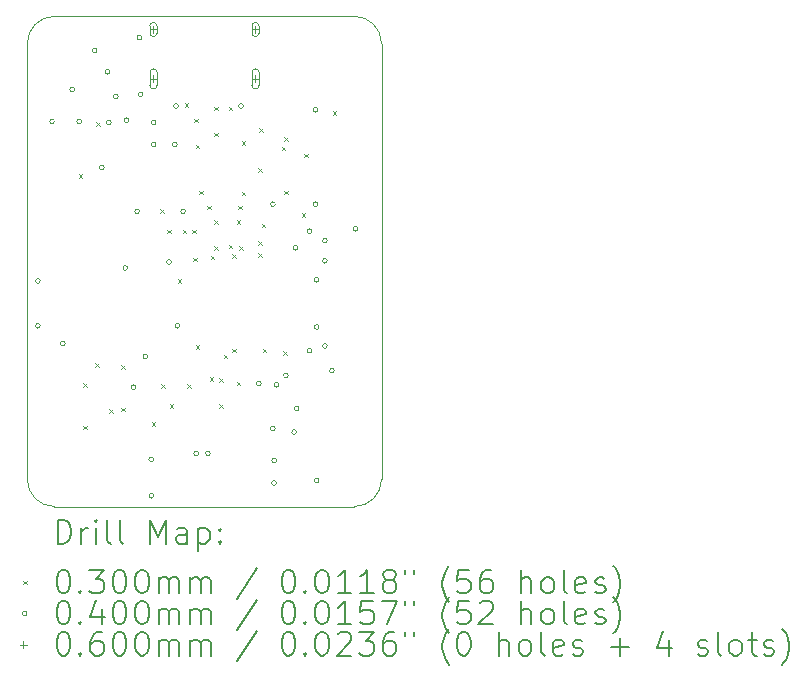
<source format=gbr>
%TF.GenerationSoftware,KiCad,Pcbnew,9.0.6*%
%TF.CreationDate,2026-01-06T10:29:41+09:00*%
%TF.ProjectId,VVDAP,56564441-502e-46b6-9963-61645f706362,rev?*%
%TF.SameCoordinates,Original*%
%TF.FileFunction,Drillmap*%
%TF.FilePolarity,Positive*%
%FSLAX45Y45*%
G04 Gerber Fmt 4.5, Leading zero omitted, Abs format (unit mm)*
G04 Created by KiCad (PCBNEW 9.0.6) date 2026-01-06 10:29:41*
%MOMM*%
%LPD*%
G01*
G04 APERTURE LIST*
%ADD10C,0.050000*%
%ADD11C,0.200000*%
%ADD12C,0.100000*%
G04 APERTURE END LIST*
D10*
X9500000Y-7920000D02*
X9500000Y-4230000D01*
X6730000Y-8150000D02*
X9270000Y-8150000D01*
X6500000Y-4230000D02*
X6500000Y-7920000D01*
X9270000Y-4000000D02*
X6730000Y-4000000D01*
X9270000Y-4000000D02*
G75*
G02*
X9500000Y-4230000I0J-230000D01*
G01*
X9500000Y-7920000D02*
G75*
G02*
X9270000Y-8150000I-230000J0D01*
G01*
X6730000Y-8150000D02*
G75*
G02*
X6500000Y-7920000I0J230000D01*
G01*
X6500000Y-4230000D02*
G75*
G02*
X6730000Y-4000000I230000J0D01*
G01*
D11*
D12*
X6935000Y-5335000D02*
X6965000Y-5365000D01*
X6965000Y-5335000D02*
X6935000Y-5365000D01*
X6975000Y-7105000D02*
X7005000Y-7135000D01*
X7005000Y-7105000D02*
X6975000Y-7135000D01*
X6975000Y-7465000D02*
X7005000Y-7495000D01*
X7005000Y-7465000D02*
X6975000Y-7495000D01*
X7075000Y-6935000D02*
X7105000Y-6965000D01*
X7105000Y-6935000D02*
X7075000Y-6965000D01*
X7085000Y-4895000D02*
X7115000Y-4925000D01*
X7115000Y-4895000D02*
X7085000Y-4925000D01*
X7195000Y-7325000D02*
X7225000Y-7355000D01*
X7225000Y-7325000D02*
X7195000Y-7355000D01*
X7295000Y-6955000D02*
X7325000Y-6985000D01*
X7325000Y-6955000D02*
X7295000Y-6985000D01*
X7295000Y-7315000D02*
X7325000Y-7345000D01*
X7325000Y-7315000D02*
X7295000Y-7345000D01*
X7555000Y-7435000D02*
X7585000Y-7465000D01*
X7585000Y-7435000D02*
X7555000Y-7465000D01*
X7625000Y-5635000D02*
X7655000Y-5665000D01*
X7655000Y-5635000D02*
X7625000Y-5665000D01*
X7635000Y-7115000D02*
X7665000Y-7145000D01*
X7665000Y-7115000D02*
X7635000Y-7145000D01*
X7685000Y-5805000D02*
X7715000Y-5835000D01*
X7715000Y-5805000D02*
X7685000Y-5835000D01*
X7705000Y-7285000D02*
X7735000Y-7315000D01*
X7735000Y-7285000D02*
X7705000Y-7315000D01*
X7775000Y-6225000D02*
X7805000Y-6255000D01*
X7805000Y-6225000D02*
X7775000Y-6255000D01*
X7815000Y-5805000D02*
X7845000Y-5835000D01*
X7845000Y-5805000D02*
X7815000Y-5835000D01*
X7835000Y-4735000D02*
X7865000Y-4765000D01*
X7865000Y-4735000D02*
X7835000Y-4765000D01*
X7855000Y-7115000D02*
X7885000Y-7145000D01*
X7885000Y-7115000D02*
X7855000Y-7145000D01*
X7895000Y-5805000D02*
X7925000Y-5835000D01*
X7925000Y-5805000D02*
X7895000Y-5835000D01*
X7905000Y-6045000D02*
X7935000Y-6075000D01*
X7935000Y-6045000D02*
X7905000Y-6075000D01*
X7915000Y-4865000D02*
X7945000Y-4895000D01*
X7945000Y-4865000D02*
X7915000Y-4895000D01*
X7925000Y-5085000D02*
X7955000Y-5115000D01*
X7955000Y-5085000D02*
X7925000Y-5115000D01*
X7925000Y-6785000D02*
X7955000Y-6815000D01*
X7955000Y-6785000D02*
X7925000Y-6815000D01*
X7955000Y-5475000D02*
X7985000Y-5505000D01*
X7985000Y-5475000D02*
X7955000Y-5505000D01*
X8025000Y-5605000D02*
X8055000Y-5635000D01*
X8055000Y-5605000D02*
X8025000Y-5635000D01*
X8045000Y-7055000D02*
X8075000Y-7085000D01*
X8075000Y-7055000D02*
X8045000Y-7085000D01*
X8055000Y-6025000D02*
X8085000Y-6055000D01*
X8085000Y-6025000D02*
X8055000Y-6055000D01*
X8085000Y-4765000D02*
X8115000Y-4795000D01*
X8115000Y-4765000D02*
X8085000Y-4795000D01*
X8085000Y-4985000D02*
X8115000Y-5015000D01*
X8115000Y-4985000D02*
X8085000Y-5015000D01*
X8085000Y-5725000D02*
X8115000Y-5755000D01*
X8115000Y-5725000D02*
X8085000Y-5755000D01*
X8085000Y-5945000D02*
X8115000Y-5975000D01*
X8115000Y-5945000D02*
X8085000Y-5975000D01*
X8125000Y-7065000D02*
X8155000Y-7095000D01*
X8155000Y-7065000D02*
X8125000Y-7095000D01*
X8125000Y-7285000D02*
X8155000Y-7315000D01*
X8155000Y-7285000D02*
X8125000Y-7315000D01*
X8165000Y-6865000D02*
X8195000Y-6895000D01*
X8195000Y-6865000D02*
X8165000Y-6895000D01*
X8205000Y-4765000D02*
X8235000Y-4795000D01*
X8235000Y-4765000D02*
X8205000Y-4795000D01*
X8205000Y-5935000D02*
X8235000Y-5965000D01*
X8235000Y-5935000D02*
X8205000Y-5965000D01*
X8235000Y-6015000D02*
X8265000Y-6045000D01*
X8265000Y-6015000D02*
X8235000Y-6045000D01*
X8235000Y-6815000D02*
X8265000Y-6845000D01*
X8265000Y-6815000D02*
X8235000Y-6845000D01*
X8275000Y-5725000D02*
X8305000Y-5755000D01*
X8305000Y-5725000D02*
X8275000Y-5755000D01*
X8275000Y-7095000D02*
X8305000Y-7125000D01*
X8305000Y-7095000D02*
X8275000Y-7125000D01*
X8285000Y-5605000D02*
X8315000Y-5635000D01*
X8315000Y-5605000D02*
X8285000Y-5635000D01*
X8295000Y-5945000D02*
X8325000Y-5975000D01*
X8325000Y-5945000D02*
X8295000Y-5975000D01*
X8315000Y-5055000D02*
X8345000Y-5085000D01*
X8345000Y-5055000D02*
X8315000Y-5085000D01*
X8315000Y-5485000D02*
X8345000Y-5515000D01*
X8345000Y-5485000D02*
X8315000Y-5515000D01*
X8455000Y-5285000D02*
X8485000Y-5315000D01*
X8485000Y-5285000D02*
X8455000Y-5315000D01*
X8455000Y-5905000D02*
X8485000Y-5935000D01*
X8485000Y-5905000D02*
X8455000Y-5935000D01*
X8455000Y-6005000D02*
X8485000Y-6035000D01*
X8485000Y-6005000D02*
X8455000Y-6035000D01*
X8465000Y-4945000D02*
X8495000Y-4975000D01*
X8495000Y-4945000D02*
X8465000Y-4975000D01*
X8485000Y-5755000D02*
X8515000Y-5785000D01*
X8515000Y-5755000D02*
X8485000Y-5785000D01*
X8495000Y-6815000D02*
X8525000Y-6845000D01*
X8525000Y-6815000D02*
X8495000Y-6845000D01*
X8655000Y-5105000D02*
X8685000Y-5135000D01*
X8685000Y-5105000D02*
X8655000Y-5135000D01*
X8665000Y-6835000D02*
X8695000Y-6865000D01*
X8695000Y-6835000D02*
X8665000Y-6865000D01*
X8675000Y-5025000D02*
X8705000Y-5055000D01*
X8705000Y-5025000D02*
X8675000Y-5055000D01*
X8675000Y-5475000D02*
X8705000Y-5505000D01*
X8705000Y-5475000D02*
X8675000Y-5505000D01*
X8825000Y-5665000D02*
X8855000Y-5695000D01*
X8855000Y-5665000D02*
X8825000Y-5695000D01*
X8845500Y-5163500D02*
X8875500Y-5193500D01*
X8875500Y-5163500D02*
X8845500Y-5193500D01*
X9085000Y-4805000D02*
X9115000Y-4835000D01*
X9115000Y-4805000D02*
X9085000Y-4835000D01*
X6610000Y-6240000D02*
G75*
G02*
X6570000Y-6240000I-20000J0D01*
G01*
X6570000Y-6240000D02*
G75*
G02*
X6610000Y-6240000I20000J0D01*
G01*
X6610000Y-6620000D02*
G75*
G02*
X6570000Y-6620000I-20000J0D01*
G01*
X6570000Y-6620000D02*
G75*
G02*
X6610000Y-6620000I20000J0D01*
G01*
X6730000Y-4890000D02*
G75*
G02*
X6690000Y-4890000I-20000J0D01*
G01*
X6690000Y-4890000D02*
G75*
G02*
X6730000Y-4890000I20000J0D01*
G01*
X6820000Y-6770000D02*
G75*
G02*
X6780000Y-6770000I-20000J0D01*
G01*
X6780000Y-6770000D02*
G75*
G02*
X6820000Y-6770000I20000J0D01*
G01*
X6900000Y-4620000D02*
G75*
G02*
X6860000Y-4620000I-20000J0D01*
G01*
X6860000Y-4620000D02*
G75*
G02*
X6900000Y-4620000I20000J0D01*
G01*
X6960000Y-4890000D02*
G75*
G02*
X6920000Y-4890000I-20000J0D01*
G01*
X6920000Y-4890000D02*
G75*
G02*
X6960000Y-4890000I20000J0D01*
G01*
X7090000Y-4290000D02*
G75*
G02*
X7050000Y-4290000I-20000J0D01*
G01*
X7050000Y-4290000D02*
G75*
G02*
X7090000Y-4290000I20000J0D01*
G01*
X7150000Y-5280000D02*
G75*
G02*
X7110000Y-5280000I-20000J0D01*
G01*
X7110000Y-5280000D02*
G75*
G02*
X7150000Y-5280000I20000J0D01*
G01*
X7200000Y-4470000D02*
G75*
G02*
X7160000Y-4470000I-20000J0D01*
G01*
X7160000Y-4470000D02*
G75*
G02*
X7200000Y-4470000I20000J0D01*
G01*
X7210000Y-4900000D02*
G75*
G02*
X7170000Y-4900000I-20000J0D01*
G01*
X7170000Y-4900000D02*
G75*
G02*
X7210000Y-4900000I20000J0D01*
G01*
X7270000Y-4680000D02*
G75*
G02*
X7230000Y-4680000I-20000J0D01*
G01*
X7230000Y-4680000D02*
G75*
G02*
X7270000Y-4680000I20000J0D01*
G01*
X7350000Y-6130000D02*
G75*
G02*
X7310000Y-6130000I-20000J0D01*
G01*
X7310000Y-6130000D02*
G75*
G02*
X7350000Y-6130000I20000J0D01*
G01*
X7360000Y-4880000D02*
G75*
G02*
X7320000Y-4880000I-20000J0D01*
G01*
X7320000Y-4880000D02*
G75*
G02*
X7360000Y-4880000I20000J0D01*
G01*
X7420000Y-7140000D02*
G75*
G02*
X7380000Y-7140000I-20000J0D01*
G01*
X7380000Y-7140000D02*
G75*
G02*
X7420000Y-7140000I20000J0D01*
G01*
X7450000Y-5650000D02*
G75*
G02*
X7410000Y-5650000I-20000J0D01*
G01*
X7410000Y-5650000D02*
G75*
G02*
X7450000Y-5650000I20000J0D01*
G01*
X7470000Y-4180000D02*
G75*
G02*
X7430000Y-4180000I-20000J0D01*
G01*
X7430000Y-4180000D02*
G75*
G02*
X7470000Y-4180000I20000J0D01*
G01*
X7480000Y-4660000D02*
G75*
G02*
X7440000Y-4660000I-20000J0D01*
G01*
X7440000Y-4660000D02*
G75*
G02*
X7480000Y-4660000I20000J0D01*
G01*
X7520000Y-6880000D02*
G75*
G02*
X7480000Y-6880000I-20000J0D01*
G01*
X7480000Y-6880000D02*
G75*
G02*
X7520000Y-6880000I20000J0D01*
G01*
X7570000Y-7750000D02*
G75*
G02*
X7530000Y-7750000I-20000J0D01*
G01*
X7530000Y-7750000D02*
G75*
G02*
X7570000Y-7750000I20000J0D01*
G01*
X7570000Y-8060000D02*
G75*
G02*
X7530000Y-8060000I-20000J0D01*
G01*
X7530000Y-8060000D02*
G75*
G02*
X7570000Y-8060000I20000J0D01*
G01*
X7590000Y-4900000D02*
G75*
G02*
X7550000Y-4900000I-20000J0D01*
G01*
X7550000Y-4900000D02*
G75*
G02*
X7590000Y-4900000I20000J0D01*
G01*
X7590000Y-5085000D02*
G75*
G02*
X7550000Y-5085000I-20000J0D01*
G01*
X7550000Y-5085000D02*
G75*
G02*
X7590000Y-5085000I20000J0D01*
G01*
X7720000Y-6080000D02*
G75*
G02*
X7680000Y-6080000I-20000J0D01*
G01*
X7680000Y-6080000D02*
G75*
G02*
X7720000Y-6080000I20000J0D01*
G01*
X7770000Y-5085000D02*
G75*
G02*
X7730000Y-5085000I-20000J0D01*
G01*
X7730000Y-5085000D02*
G75*
G02*
X7770000Y-5085000I20000J0D01*
G01*
X7780000Y-4760000D02*
G75*
G02*
X7740000Y-4760000I-20000J0D01*
G01*
X7740000Y-4760000D02*
G75*
G02*
X7780000Y-4760000I20000J0D01*
G01*
X7790000Y-6620000D02*
G75*
G02*
X7750000Y-6620000I-20000J0D01*
G01*
X7750000Y-6620000D02*
G75*
G02*
X7790000Y-6620000I20000J0D01*
G01*
X7840000Y-5650000D02*
G75*
G02*
X7800000Y-5650000I-20000J0D01*
G01*
X7800000Y-5650000D02*
G75*
G02*
X7840000Y-5650000I20000J0D01*
G01*
X7950000Y-7700000D02*
G75*
G02*
X7910000Y-7700000I-20000J0D01*
G01*
X7910000Y-7700000D02*
G75*
G02*
X7950000Y-7700000I20000J0D01*
G01*
X8050000Y-7700000D02*
G75*
G02*
X8010000Y-7700000I-20000J0D01*
G01*
X8010000Y-7700000D02*
G75*
G02*
X8050000Y-7700000I20000J0D01*
G01*
X8330000Y-4760000D02*
G75*
G02*
X8290000Y-4760000I-20000J0D01*
G01*
X8290000Y-4760000D02*
G75*
G02*
X8330000Y-4760000I20000J0D01*
G01*
X8480000Y-7110000D02*
G75*
G02*
X8440000Y-7110000I-20000J0D01*
G01*
X8440000Y-7110000D02*
G75*
G02*
X8480000Y-7110000I20000J0D01*
G01*
X8600000Y-5590000D02*
G75*
G02*
X8560000Y-5590000I-20000J0D01*
G01*
X8560000Y-5590000D02*
G75*
G02*
X8600000Y-5590000I20000J0D01*
G01*
X8600000Y-7490000D02*
G75*
G02*
X8560000Y-7490000I-20000J0D01*
G01*
X8560000Y-7490000D02*
G75*
G02*
X8600000Y-7490000I20000J0D01*
G01*
X8610000Y-7760000D02*
G75*
G02*
X8570000Y-7760000I-20000J0D01*
G01*
X8570000Y-7760000D02*
G75*
G02*
X8610000Y-7760000I20000J0D01*
G01*
X8610000Y-7950000D02*
G75*
G02*
X8570000Y-7950000I-20000J0D01*
G01*
X8570000Y-7950000D02*
G75*
G02*
X8610000Y-7950000I20000J0D01*
G01*
X8630000Y-7120000D02*
G75*
G02*
X8590000Y-7120000I-20000J0D01*
G01*
X8590000Y-7120000D02*
G75*
G02*
X8630000Y-7120000I20000J0D01*
G01*
X8710000Y-7040000D02*
G75*
G02*
X8670000Y-7040000I-20000J0D01*
G01*
X8670000Y-7040000D02*
G75*
G02*
X8710000Y-7040000I20000J0D01*
G01*
X8780000Y-7520000D02*
G75*
G02*
X8740000Y-7520000I-20000J0D01*
G01*
X8740000Y-7520000D02*
G75*
G02*
X8780000Y-7520000I20000J0D01*
G01*
X8790000Y-5960000D02*
G75*
G02*
X8750000Y-5960000I-20000J0D01*
G01*
X8750000Y-5960000D02*
G75*
G02*
X8790000Y-5960000I20000J0D01*
G01*
X8800000Y-7320000D02*
G75*
G02*
X8760000Y-7320000I-20000J0D01*
G01*
X8760000Y-7320000D02*
G75*
G02*
X8800000Y-7320000I20000J0D01*
G01*
X8910000Y-5820000D02*
G75*
G02*
X8870000Y-5820000I-20000J0D01*
G01*
X8870000Y-5820000D02*
G75*
G02*
X8910000Y-5820000I20000J0D01*
G01*
X8910000Y-6830000D02*
G75*
G02*
X8870000Y-6830000I-20000J0D01*
G01*
X8870000Y-6830000D02*
G75*
G02*
X8910000Y-6830000I20000J0D01*
G01*
X8960000Y-4790000D02*
G75*
G02*
X8920000Y-4790000I-20000J0D01*
G01*
X8920000Y-4790000D02*
G75*
G02*
X8960000Y-4790000I20000J0D01*
G01*
X8960000Y-5590000D02*
G75*
G02*
X8920000Y-5590000I-20000J0D01*
G01*
X8920000Y-5590000D02*
G75*
G02*
X8960000Y-5590000I20000J0D01*
G01*
X8970000Y-6230000D02*
G75*
G02*
X8930000Y-6230000I-20000J0D01*
G01*
X8930000Y-6230000D02*
G75*
G02*
X8970000Y-6230000I20000J0D01*
G01*
X8970000Y-6630000D02*
G75*
G02*
X8930000Y-6630000I-20000J0D01*
G01*
X8930000Y-6630000D02*
G75*
G02*
X8970000Y-6630000I20000J0D01*
G01*
X8970000Y-7930000D02*
G75*
G02*
X8930000Y-7930000I-20000J0D01*
G01*
X8930000Y-7930000D02*
G75*
G02*
X8970000Y-7930000I20000J0D01*
G01*
X9040000Y-5900000D02*
G75*
G02*
X9000000Y-5900000I-20000J0D01*
G01*
X9000000Y-5900000D02*
G75*
G02*
X9040000Y-5900000I20000J0D01*
G01*
X9040000Y-6070000D02*
G75*
G02*
X9000000Y-6070000I-20000J0D01*
G01*
X9000000Y-6070000D02*
G75*
G02*
X9040000Y-6070000I20000J0D01*
G01*
X9040000Y-6790000D02*
G75*
G02*
X9000000Y-6790000I-20000J0D01*
G01*
X9000000Y-6790000D02*
G75*
G02*
X9040000Y-6790000I20000J0D01*
G01*
X9100000Y-7000000D02*
G75*
G02*
X9060000Y-7000000I-20000J0D01*
G01*
X9060000Y-7000000D02*
G75*
G02*
X9100000Y-7000000I20000J0D01*
G01*
X9300000Y-5800000D02*
G75*
G02*
X9260000Y-5800000I-20000J0D01*
G01*
X9260000Y-5800000D02*
G75*
G02*
X9300000Y-5800000I20000J0D01*
G01*
X7568000Y-4080500D02*
X7568000Y-4140500D01*
X7538000Y-4110500D02*
X7598000Y-4110500D01*
X7598000Y-4140500D02*
X7598000Y-4080500D01*
X7538000Y-4080500D02*
G75*
G02*
X7598000Y-4080500I30000J0D01*
G01*
X7538000Y-4080500D02*
X7538000Y-4140500D01*
X7538000Y-4140500D02*
G75*
G03*
X7598000Y-4140500I30000J0D01*
G01*
X7568000Y-4498500D02*
X7568000Y-4558500D01*
X7538000Y-4528500D02*
X7598000Y-4528500D01*
X7598000Y-4583500D02*
X7598000Y-4473500D01*
X7538000Y-4473500D02*
G75*
G02*
X7598000Y-4473500I30000J0D01*
G01*
X7538000Y-4473500D02*
X7538000Y-4583500D01*
X7538000Y-4583500D02*
G75*
G03*
X7598000Y-4583500I30000J0D01*
G01*
X8432000Y-4080500D02*
X8432000Y-4140500D01*
X8402000Y-4110500D02*
X8462000Y-4110500D01*
X8462000Y-4140500D02*
X8462000Y-4080500D01*
X8402000Y-4080500D02*
G75*
G02*
X8462000Y-4080500I30000J0D01*
G01*
X8402000Y-4080500D02*
X8402000Y-4140500D01*
X8402000Y-4140500D02*
G75*
G03*
X8462000Y-4140500I30000J0D01*
G01*
X8432000Y-4498500D02*
X8432000Y-4558500D01*
X8402000Y-4528500D02*
X8462000Y-4528500D01*
X8462000Y-4583500D02*
X8462000Y-4473500D01*
X8402000Y-4473500D02*
G75*
G02*
X8462000Y-4473500I30000J0D01*
G01*
X8402000Y-4473500D02*
X8402000Y-4583500D01*
X8402000Y-4583500D02*
G75*
G03*
X8462000Y-4583500I30000J0D01*
G01*
D11*
X6758277Y-8463984D02*
X6758277Y-8263984D01*
X6758277Y-8263984D02*
X6805896Y-8263984D01*
X6805896Y-8263984D02*
X6834467Y-8273508D01*
X6834467Y-8273508D02*
X6853515Y-8292555D01*
X6853515Y-8292555D02*
X6863039Y-8311603D01*
X6863039Y-8311603D02*
X6872562Y-8349698D01*
X6872562Y-8349698D02*
X6872562Y-8378269D01*
X6872562Y-8378269D02*
X6863039Y-8416365D01*
X6863039Y-8416365D02*
X6853515Y-8435412D01*
X6853515Y-8435412D02*
X6834467Y-8454460D01*
X6834467Y-8454460D02*
X6805896Y-8463984D01*
X6805896Y-8463984D02*
X6758277Y-8463984D01*
X6958277Y-8463984D02*
X6958277Y-8330650D01*
X6958277Y-8368746D02*
X6967801Y-8349698D01*
X6967801Y-8349698D02*
X6977324Y-8340174D01*
X6977324Y-8340174D02*
X6996372Y-8330650D01*
X6996372Y-8330650D02*
X7015420Y-8330650D01*
X7082086Y-8463984D02*
X7082086Y-8330650D01*
X7082086Y-8263984D02*
X7072562Y-8273508D01*
X7072562Y-8273508D02*
X7082086Y-8283031D01*
X7082086Y-8283031D02*
X7091610Y-8273508D01*
X7091610Y-8273508D02*
X7082086Y-8263984D01*
X7082086Y-8263984D02*
X7082086Y-8283031D01*
X7205896Y-8463984D02*
X7186848Y-8454460D01*
X7186848Y-8454460D02*
X7177324Y-8435412D01*
X7177324Y-8435412D02*
X7177324Y-8263984D01*
X7310658Y-8463984D02*
X7291610Y-8454460D01*
X7291610Y-8454460D02*
X7282086Y-8435412D01*
X7282086Y-8435412D02*
X7282086Y-8263984D01*
X7539229Y-8463984D02*
X7539229Y-8263984D01*
X7539229Y-8263984D02*
X7605896Y-8406841D01*
X7605896Y-8406841D02*
X7672562Y-8263984D01*
X7672562Y-8263984D02*
X7672562Y-8463984D01*
X7853515Y-8463984D02*
X7853515Y-8359222D01*
X7853515Y-8359222D02*
X7843991Y-8340174D01*
X7843991Y-8340174D02*
X7824943Y-8330650D01*
X7824943Y-8330650D02*
X7786848Y-8330650D01*
X7786848Y-8330650D02*
X7767801Y-8340174D01*
X7853515Y-8454460D02*
X7834467Y-8463984D01*
X7834467Y-8463984D02*
X7786848Y-8463984D01*
X7786848Y-8463984D02*
X7767801Y-8454460D01*
X7767801Y-8454460D02*
X7758277Y-8435412D01*
X7758277Y-8435412D02*
X7758277Y-8416365D01*
X7758277Y-8416365D02*
X7767801Y-8397317D01*
X7767801Y-8397317D02*
X7786848Y-8387793D01*
X7786848Y-8387793D02*
X7834467Y-8387793D01*
X7834467Y-8387793D02*
X7853515Y-8378269D01*
X7948753Y-8330650D02*
X7948753Y-8530650D01*
X7948753Y-8340174D02*
X7967801Y-8330650D01*
X7967801Y-8330650D02*
X8005896Y-8330650D01*
X8005896Y-8330650D02*
X8024943Y-8340174D01*
X8024943Y-8340174D02*
X8034467Y-8349698D01*
X8034467Y-8349698D02*
X8043991Y-8368746D01*
X8043991Y-8368746D02*
X8043991Y-8425889D01*
X8043991Y-8425889D02*
X8034467Y-8444936D01*
X8034467Y-8444936D02*
X8024943Y-8454460D01*
X8024943Y-8454460D02*
X8005896Y-8463984D01*
X8005896Y-8463984D02*
X7967801Y-8463984D01*
X7967801Y-8463984D02*
X7948753Y-8454460D01*
X8129705Y-8444936D02*
X8139229Y-8454460D01*
X8139229Y-8454460D02*
X8129705Y-8463984D01*
X8129705Y-8463984D02*
X8120182Y-8454460D01*
X8120182Y-8454460D02*
X8129705Y-8444936D01*
X8129705Y-8444936D02*
X8129705Y-8463984D01*
X8129705Y-8340174D02*
X8139229Y-8349698D01*
X8139229Y-8349698D02*
X8129705Y-8359222D01*
X8129705Y-8359222D02*
X8120182Y-8349698D01*
X8120182Y-8349698D02*
X8129705Y-8340174D01*
X8129705Y-8340174D02*
X8129705Y-8359222D01*
D12*
X6467500Y-8777500D02*
X6497500Y-8807500D01*
X6497500Y-8777500D02*
X6467500Y-8807500D01*
D11*
X6796372Y-8683984D02*
X6815420Y-8683984D01*
X6815420Y-8683984D02*
X6834467Y-8693508D01*
X6834467Y-8693508D02*
X6843991Y-8703031D01*
X6843991Y-8703031D02*
X6853515Y-8722079D01*
X6853515Y-8722079D02*
X6863039Y-8760174D01*
X6863039Y-8760174D02*
X6863039Y-8807793D01*
X6863039Y-8807793D02*
X6853515Y-8845889D01*
X6853515Y-8845889D02*
X6843991Y-8864936D01*
X6843991Y-8864936D02*
X6834467Y-8874460D01*
X6834467Y-8874460D02*
X6815420Y-8883984D01*
X6815420Y-8883984D02*
X6796372Y-8883984D01*
X6796372Y-8883984D02*
X6777324Y-8874460D01*
X6777324Y-8874460D02*
X6767801Y-8864936D01*
X6767801Y-8864936D02*
X6758277Y-8845889D01*
X6758277Y-8845889D02*
X6748753Y-8807793D01*
X6748753Y-8807793D02*
X6748753Y-8760174D01*
X6748753Y-8760174D02*
X6758277Y-8722079D01*
X6758277Y-8722079D02*
X6767801Y-8703031D01*
X6767801Y-8703031D02*
X6777324Y-8693508D01*
X6777324Y-8693508D02*
X6796372Y-8683984D01*
X6948753Y-8864936D02*
X6958277Y-8874460D01*
X6958277Y-8874460D02*
X6948753Y-8883984D01*
X6948753Y-8883984D02*
X6939229Y-8874460D01*
X6939229Y-8874460D02*
X6948753Y-8864936D01*
X6948753Y-8864936D02*
X6948753Y-8883984D01*
X7024943Y-8683984D02*
X7148753Y-8683984D01*
X7148753Y-8683984D02*
X7082086Y-8760174D01*
X7082086Y-8760174D02*
X7110658Y-8760174D01*
X7110658Y-8760174D02*
X7129705Y-8769698D01*
X7129705Y-8769698D02*
X7139229Y-8779222D01*
X7139229Y-8779222D02*
X7148753Y-8798270D01*
X7148753Y-8798270D02*
X7148753Y-8845889D01*
X7148753Y-8845889D02*
X7139229Y-8864936D01*
X7139229Y-8864936D02*
X7129705Y-8874460D01*
X7129705Y-8874460D02*
X7110658Y-8883984D01*
X7110658Y-8883984D02*
X7053515Y-8883984D01*
X7053515Y-8883984D02*
X7034467Y-8874460D01*
X7034467Y-8874460D02*
X7024943Y-8864936D01*
X7272562Y-8683984D02*
X7291610Y-8683984D01*
X7291610Y-8683984D02*
X7310658Y-8693508D01*
X7310658Y-8693508D02*
X7320182Y-8703031D01*
X7320182Y-8703031D02*
X7329705Y-8722079D01*
X7329705Y-8722079D02*
X7339229Y-8760174D01*
X7339229Y-8760174D02*
X7339229Y-8807793D01*
X7339229Y-8807793D02*
X7329705Y-8845889D01*
X7329705Y-8845889D02*
X7320182Y-8864936D01*
X7320182Y-8864936D02*
X7310658Y-8874460D01*
X7310658Y-8874460D02*
X7291610Y-8883984D01*
X7291610Y-8883984D02*
X7272562Y-8883984D01*
X7272562Y-8883984D02*
X7253515Y-8874460D01*
X7253515Y-8874460D02*
X7243991Y-8864936D01*
X7243991Y-8864936D02*
X7234467Y-8845889D01*
X7234467Y-8845889D02*
X7224943Y-8807793D01*
X7224943Y-8807793D02*
X7224943Y-8760174D01*
X7224943Y-8760174D02*
X7234467Y-8722079D01*
X7234467Y-8722079D02*
X7243991Y-8703031D01*
X7243991Y-8703031D02*
X7253515Y-8693508D01*
X7253515Y-8693508D02*
X7272562Y-8683984D01*
X7463039Y-8683984D02*
X7482086Y-8683984D01*
X7482086Y-8683984D02*
X7501134Y-8693508D01*
X7501134Y-8693508D02*
X7510658Y-8703031D01*
X7510658Y-8703031D02*
X7520182Y-8722079D01*
X7520182Y-8722079D02*
X7529705Y-8760174D01*
X7529705Y-8760174D02*
X7529705Y-8807793D01*
X7529705Y-8807793D02*
X7520182Y-8845889D01*
X7520182Y-8845889D02*
X7510658Y-8864936D01*
X7510658Y-8864936D02*
X7501134Y-8874460D01*
X7501134Y-8874460D02*
X7482086Y-8883984D01*
X7482086Y-8883984D02*
X7463039Y-8883984D01*
X7463039Y-8883984D02*
X7443991Y-8874460D01*
X7443991Y-8874460D02*
X7434467Y-8864936D01*
X7434467Y-8864936D02*
X7424943Y-8845889D01*
X7424943Y-8845889D02*
X7415420Y-8807793D01*
X7415420Y-8807793D02*
X7415420Y-8760174D01*
X7415420Y-8760174D02*
X7424943Y-8722079D01*
X7424943Y-8722079D02*
X7434467Y-8703031D01*
X7434467Y-8703031D02*
X7443991Y-8693508D01*
X7443991Y-8693508D02*
X7463039Y-8683984D01*
X7615420Y-8883984D02*
X7615420Y-8750650D01*
X7615420Y-8769698D02*
X7624943Y-8760174D01*
X7624943Y-8760174D02*
X7643991Y-8750650D01*
X7643991Y-8750650D02*
X7672563Y-8750650D01*
X7672563Y-8750650D02*
X7691610Y-8760174D01*
X7691610Y-8760174D02*
X7701134Y-8779222D01*
X7701134Y-8779222D02*
X7701134Y-8883984D01*
X7701134Y-8779222D02*
X7710658Y-8760174D01*
X7710658Y-8760174D02*
X7729705Y-8750650D01*
X7729705Y-8750650D02*
X7758277Y-8750650D01*
X7758277Y-8750650D02*
X7777324Y-8760174D01*
X7777324Y-8760174D02*
X7786848Y-8779222D01*
X7786848Y-8779222D02*
X7786848Y-8883984D01*
X7882086Y-8883984D02*
X7882086Y-8750650D01*
X7882086Y-8769698D02*
X7891610Y-8760174D01*
X7891610Y-8760174D02*
X7910658Y-8750650D01*
X7910658Y-8750650D02*
X7939229Y-8750650D01*
X7939229Y-8750650D02*
X7958277Y-8760174D01*
X7958277Y-8760174D02*
X7967801Y-8779222D01*
X7967801Y-8779222D02*
X7967801Y-8883984D01*
X7967801Y-8779222D02*
X7977324Y-8760174D01*
X7977324Y-8760174D02*
X7996372Y-8750650D01*
X7996372Y-8750650D02*
X8024943Y-8750650D01*
X8024943Y-8750650D02*
X8043991Y-8760174D01*
X8043991Y-8760174D02*
X8053515Y-8779222D01*
X8053515Y-8779222D02*
X8053515Y-8883984D01*
X8443991Y-8674460D02*
X8272563Y-8931603D01*
X8701134Y-8683984D02*
X8720182Y-8683984D01*
X8720182Y-8683984D02*
X8739229Y-8693508D01*
X8739229Y-8693508D02*
X8748753Y-8703031D01*
X8748753Y-8703031D02*
X8758277Y-8722079D01*
X8758277Y-8722079D02*
X8767801Y-8760174D01*
X8767801Y-8760174D02*
X8767801Y-8807793D01*
X8767801Y-8807793D02*
X8758277Y-8845889D01*
X8758277Y-8845889D02*
X8748753Y-8864936D01*
X8748753Y-8864936D02*
X8739229Y-8874460D01*
X8739229Y-8874460D02*
X8720182Y-8883984D01*
X8720182Y-8883984D02*
X8701134Y-8883984D01*
X8701134Y-8883984D02*
X8682087Y-8874460D01*
X8682087Y-8874460D02*
X8672563Y-8864936D01*
X8672563Y-8864936D02*
X8663039Y-8845889D01*
X8663039Y-8845889D02*
X8653515Y-8807793D01*
X8653515Y-8807793D02*
X8653515Y-8760174D01*
X8653515Y-8760174D02*
X8663039Y-8722079D01*
X8663039Y-8722079D02*
X8672563Y-8703031D01*
X8672563Y-8703031D02*
X8682087Y-8693508D01*
X8682087Y-8693508D02*
X8701134Y-8683984D01*
X8853515Y-8864936D02*
X8863039Y-8874460D01*
X8863039Y-8874460D02*
X8853515Y-8883984D01*
X8853515Y-8883984D02*
X8843991Y-8874460D01*
X8843991Y-8874460D02*
X8853515Y-8864936D01*
X8853515Y-8864936D02*
X8853515Y-8883984D01*
X8986848Y-8683984D02*
X9005896Y-8683984D01*
X9005896Y-8683984D02*
X9024944Y-8693508D01*
X9024944Y-8693508D02*
X9034468Y-8703031D01*
X9034468Y-8703031D02*
X9043991Y-8722079D01*
X9043991Y-8722079D02*
X9053515Y-8760174D01*
X9053515Y-8760174D02*
X9053515Y-8807793D01*
X9053515Y-8807793D02*
X9043991Y-8845889D01*
X9043991Y-8845889D02*
X9034468Y-8864936D01*
X9034468Y-8864936D02*
X9024944Y-8874460D01*
X9024944Y-8874460D02*
X9005896Y-8883984D01*
X9005896Y-8883984D02*
X8986848Y-8883984D01*
X8986848Y-8883984D02*
X8967801Y-8874460D01*
X8967801Y-8874460D02*
X8958277Y-8864936D01*
X8958277Y-8864936D02*
X8948753Y-8845889D01*
X8948753Y-8845889D02*
X8939229Y-8807793D01*
X8939229Y-8807793D02*
X8939229Y-8760174D01*
X8939229Y-8760174D02*
X8948753Y-8722079D01*
X8948753Y-8722079D02*
X8958277Y-8703031D01*
X8958277Y-8703031D02*
X8967801Y-8693508D01*
X8967801Y-8693508D02*
X8986848Y-8683984D01*
X9243991Y-8883984D02*
X9129706Y-8883984D01*
X9186848Y-8883984D02*
X9186848Y-8683984D01*
X9186848Y-8683984D02*
X9167801Y-8712555D01*
X9167801Y-8712555D02*
X9148753Y-8731603D01*
X9148753Y-8731603D02*
X9129706Y-8741127D01*
X9434468Y-8883984D02*
X9320182Y-8883984D01*
X9377325Y-8883984D02*
X9377325Y-8683984D01*
X9377325Y-8683984D02*
X9358277Y-8712555D01*
X9358277Y-8712555D02*
X9339229Y-8731603D01*
X9339229Y-8731603D02*
X9320182Y-8741127D01*
X9548753Y-8769698D02*
X9529706Y-8760174D01*
X9529706Y-8760174D02*
X9520182Y-8750650D01*
X9520182Y-8750650D02*
X9510658Y-8731603D01*
X9510658Y-8731603D02*
X9510658Y-8722079D01*
X9510658Y-8722079D02*
X9520182Y-8703031D01*
X9520182Y-8703031D02*
X9529706Y-8693508D01*
X9529706Y-8693508D02*
X9548753Y-8683984D01*
X9548753Y-8683984D02*
X9586849Y-8683984D01*
X9586849Y-8683984D02*
X9605896Y-8693508D01*
X9605896Y-8693508D02*
X9615420Y-8703031D01*
X9615420Y-8703031D02*
X9624944Y-8722079D01*
X9624944Y-8722079D02*
X9624944Y-8731603D01*
X9624944Y-8731603D02*
X9615420Y-8750650D01*
X9615420Y-8750650D02*
X9605896Y-8760174D01*
X9605896Y-8760174D02*
X9586849Y-8769698D01*
X9586849Y-8769698D02*
X9548753Y-8769698D01*
X9548753Y-8769698D02*
X9529706Y-8779222D01*
X9529706Y-8779222D02*
X9520182Y-8788746D01*
X9520182Y-8788746D02*
X9510658Y-8807793D01*
X9510658Y-8807793D02*
X9510658Y-8845889D01*
X9510658Y-8845889D02*
X9520182Y-8864936D01*
X9520182Y-8864936D02*
X9529706Y-8874460D01*
X9529706Y-8874460D02*
X9548753Y-8883984D01*
X9548753Y-8883984D02*
X9586849Y-8883984D01*
X9586849Y-8883984D02*
X9605896Y-8874460D01*
X9605896Y-8874460D02*
X9615420Y-8864936D01*
X9615420Y-8864936D02*
X9624944Y-8845889D01*
X9624944Y-8845889D02*
X9624944Y-8807793D01*
X9624944Y-8807793D02*
X9615420Y-8788746D01*
X9615420Y-8788746D02*
X9605896Y-8779222D01*
X9605896Y-8779222D02*
X9586849Y-8769698D01*
X9701134Y-8683984D02*
X9701134Y-8722079D01*
X9777325Y-8683984D02*
X9777325Y-8722079D01*
X10072563Y-8960174D02*
X10063039Y-8950650D01*
X10063039Y-8950650D02*
X10043991Y-8922079D01*
X10043991Y-8922079D02*
X10034468Y-8903031D01*
X10034468Y-8903031D02*
X10024944Y-8874460D01*
X10024944Y-8874460D02*
X10015420Y-8826841D01*
X10015420Y-8826841D02*
X10015420Y-8788746D01*
X10015420Y-8788746D02*
X10024944Y-8741127D01*
X10024944Y-8741127D02*
X10034468Y-8712555D01*
X10034468Y-8712555D02*
X10043991Y-8693508D01*
X10043991Y-8693508D02*
X10063039Y-8664936D01*
X10063039Y-8664936D02*
X10072563Y-8655412D01*
X10243991Y-8683984D02*
X10148753Y-8683984D01*
X10148753Y-8683984D02*
X10139230Y-8779222D01*
X10139230Y-8779222D02*
X10148753Y-8769698D01*
X10148753Y-8769698D02*
X10167801Y-8760174D01*
X10167801Y-8760174D02*
X10215420Y-8760174D01*
X10215420Y-8760174D02*
X10234468Y-8769698D01*
X10234468Y-8769698D02*
X10243991Y-8779222D01*
X10243991Y-8779222D02*
X10253515Y-8798270D01*
X10253515Y-8798270D02*
X10253515Y-8845889D01*
X10253515Y-8845889D02*
X10243991Y-8864936D01*
X10243991Y-8864936D02*
X10234468Y-8874460D01*
X10234468Y-8874460D02*
X10215420Y-8883984D01*
X10215420Y-8883984D02*
X10167801Y-8883984D01*
X10167801Y-8883984D02*
X10148753Y-8874460D01*
X10148753Y-8874460D02*
X10139230Y-8864936D01*
X10424944Y-8683984D02*
X10386849Y-8683984D01*
X10386849Y-8683984D02*
X10367801Y-8693508D01*
X10367801Y-8693508D02*
X10358277Y-8703031D01*
X10358277Y-8703031D02*
X10339230Y-8731603D01*
X10339230Y-8731603D02*
X10329706Y-8769698D01*
X10329706Y-8769698D02*
X10329706Y-8845889D01*
X10329706Y-8845889D02*
X10339230Y-8864936D01*
X10339230Y-8864936D02*
X10348753Y-8874460D01*
X10348753Y-8874460D02*
X10367801Y-8883984D01*
X10367801Y-8883984D02*
X10405896Y-8883984D01*
X10405896Y-8883984D02*
X10424944Y-8874460D01*
X10424944Y-8874460D02*
X10434468Y-8864936D01*
X10434468Y-8864936D02*
X10443991Y-8845889D01*
X10443991Y-8845889D02*
X10443991Y-8798270D01*
X10443991Y-8798270D02*
X10434468Y-8779222D01*
X10434468Y-8779222D02*
X10424944Y-8769698D01*
X10424944Y-8769698D02*
X10405896Y-8760174D01*
X10405896Y-8760174D02*
X10367801Y-8760174D01*
X10367801Y-8760174D02*
X10348753Y-8769698D01*
X10348753Y-8769698D02*
X10339230Y-8779222D01*
X10339230Y-8779222D02*
X10329706Y-8798270D01*
X10682087Y-8883984D02*
X10682087Y-8683984D01*
X10767801Y-8883984D02*
X10767801Y-8779222D01*
X10767801Y-8779222D02*
X10758277Y-8760174D01*
X10758277Y-8760174D02*
X10739230Y-8750650D01*
X10739230Y-8750650D02*
X10710658Y-8750650D01*
X10710658Y-8750650D02*
X10691611Y-8760174D01*
X10691611Y-8760174D02*
X10682087Y-8769698D01*
X10891611Y-8883984D02*
X10872563Y-8874460D01*
X10872563Y-8874460D02*
X10863039Y-8864936D01*
X10863039Y-8864936D02*
X10853515Y-8845889D01*
X10853515Y-8845889D02*
X10853515Y-8788746D01*
X10853515Y-8788746D02*
X10863039Y-8769698D01*
X10863039Y-8769698D02*
X10872563Y-8760174D01*
X10872563Y-8760174D02*
X10891611Y-8750650D01*
X10891611Y-8750650D02*
X10920182Y-8750650D01*
X10920182Y-8750650D02*
X10939230Y-8760174D01*
X10939230Y-8760174D02*
X10948753Y-8769698D01*
X10948753Y-8769698D02*
X10958277Y-8788746D01*
X10958277Y-8788746D02*
X10958277Y-8845889D01*
X10958277Y-8845889D02*
X10948753Y-8864936D01*
X10948753Y-8864936D02*
X10939230Y-8874460D01*
X10939230Y-8874460D02*
X10920182Y-8883984D01*
X10920182Y-8883984D02*
X10891611Y-8883984D01*
X11072563Y-8883984D02*
X11053515Y-8874460D01*
X11053515Y-8874460D02*
X11043992Y-8855412D01*
X11043992Y-8855412D02*
X11043992Y-8683984D01*
X11224944Y-8874460D02*
X11205896Y-8883984D01*
X11205896Y-8883984D02*
X11167801Y-8883984D01*
X11167801Y-8883984D02*
X11148753Y-8874460D01*
X11148753Y-8874460D02*
X11139230Y-8855412D01*
X11139230Y-8855412D02*
X11139230Y-8779222D01*
X11139230Y-8779222D02*
X11148753Y-8760174D01*
X11148753Y-8760174D02*
X11167801Y-8750650D01*
X11167801Y-8750650D02*
X11205896Y-8750650D01*
X11205896Y-8750650D02*
X11224944Y-8760174D01*
X11224944Y-8760174D02*
X11234468Y-8779222D01*
X11234468Y-8779222D02*
X11234468Y-8798270D01*
X11234468Y-8798270D02*
X11139230Y-8817317D01*
X11310658Y-8874460D02*
X11329706Y-8883984D01*
X11329706Y-8883984D02*
X11367801Y-8883984D01*
X11367801Y-8883984D02*
X11386849Y-8874460D01*
X11386849Y-8874460D02*
X11396372Y-8855412D01*
X11396372Y-8855412D02*
X11396372Y-8845889D01*
X11396372Y-8845889D02*
X11386849Y-8826841D01*
X11386849Y-8826841D02*
X11367801Y-8817317D01*
X11367801Y-8817317D02*
X11339230Y-8817317D01*
X11339230Y-8817317D02*
X11320182Y-8807793D01*
X11320182Y-8807793D02*
X11310658Y-8788746D01*
X11310658Y-8788746D02*
X11310658Y-8779222D01*
X11310658Y-8779222D02*
X11320182Y-8760174D01*
X11320182Y-8760174D02*
X11339230Y-8750650D01*
X11339230Y-8750650D02*
X11367801Y-8750650D01*
X11367801Y-8750650D02*
X11386849Y-8760174D01*
X11463039Y-8960174D02*
X11472563Y-8950650D01*
X11472563Y-8950650D02*
X11491611Y-8922079D01*
X11491611Y-8922079D02*
X11501134Y-8903031D01*
X11501134Y-8903031D02*
X11510658Y-8874460D01*
X11510658Y-8874460D02*
X11520182Y-8826841D01*
X11520182Y-8826841D02*
X11520182Y-8788746D01*
X11520182Y-8788746D02*
X11510658Y-8741127D01*
X11510658Y-8741127D02*
X11501134Y-8712555D01*
X11501134Y-8712555D02*
X11491611Y-8693508D01*
X11491611Y-8693508D02*
X11472563Y-8664936D01*
X11472563Y-8664936D02*
X11463039Y-8655412D01*
D12*
X6497500Y-9056500D02*
G75*
G02*
X6457500Y-9056500I-20000J0D01*
G01*
X6457500Y-9056500D02*
G75*
G02*
X6497500Y-9056500I20000J0D01*
G01*
D11*
X6796372Y-8947984D02*
X6815420Y-8947984D01*
X6815420Y-8947984D02*
X6834467Y-8957508D01*
X6834467Y-8957508D02*
X6843991Y-8967031D01*
X6843991Y-8967031D02*
X6853515Y-8986079D01*
X6853515Y-8986079D02*
X6863039Y-9024174D01*
X6863039Y-9024174D02*
X6863039Y-9071793D01*
X6863039Y-9071793D02*
X6853515Y-9109889D01*
X6853515Y-9109889D02*
X6843991Y-9128936D01*
X6843991Y-9128936D02*
X6834467Y-9138460D01*
X6834467Y-9138460D02*
X6815420Y-9147984D01*
X6815420Y-9147984D02*
X6796372Y-9147984D01*
X6796372Y-9147984D02*
X6777324Y-9138460D01*
X6777324Y-9138460D02*
X6767801Y-9128936D01*
X6767801Y-9128936D02*
X6758277Y-9109889D01*
X6758277Y-9109889D02*
X6748753Y-9071793D01*
X6748753Y-9071793D02*
X6748753Y-9024174D01*
X6748753Y-9024174D02*
X6758277Y-8986079D01*
X6758277Y-8986079D02*
X6767801Y-8967031D01*
X6767801Y-8967031D02*
X6777324Y-8957508D01*
X6777324Y-8957508D02*
X6796372Y-8947984D01*
X6948753Y-9128936D02*
X6958277Y-9138460D01*
X6958277Y-9138460D02*
X6948753Y-9147984D01*
X6948753Y-9147984D02*
X6939229Y-9138460D01*
X6939229Y-9138460D02*
X6948753Y-9128936D01*
X6948753Y-9128936D02*
X6948753Y-9147984D01*
X7129705Y-9014650D02*
X7129705Y-9147984D01*
X7082086Y-8938460D02*
X7034467Y-9081317D01*
X7034467Y-9081317D02*
X7158277Y-9081317D01*
X7272562Y-8947984D02*
X7291610Y-8947984D01*
X7291610Y-8947984D02*
X7310658Y-8957508D01*
X7310658Y-8957508D02*
X7320182Y-8967031D01*
X7320182Y-8967031D02*
X7329705Y-8986079D01*
X7329705Y-8986079D02*
X7339229Y-9024174D01*
X7339229Y-9024174D02*
X7339229Y-9071793D01*
X7339229Y-9071793D02*
X7329705Y-9109889D01*
X7329705Y-9109889D02*
X7320182Y-9128936D01*
X7320182Y-9128936D02*
X7310658Y-9138460D01*
X7310658Y-9138460D02*
X7291610Y-9147984D01*
X7291610Y-9147984D02*
X7272562Y-9147984D01*
X7272562Y-9147984D02*
X7253515Y-9138460D01*
X7253515Y-9138460D02*
X7243991Y-9128936D01*
X7243991Y-9128936D02*
X7234467Y-9109889D01*
X7234467Y-9109889D02*
X7224943Y-9071793D01*
X7224943Y-9071793D02*
X7224943Y-9024174D01*
X7224943Y-9024174D02*
X7234467Y-8986079D01*
X7234467Y-8986079D02*
X7243991Y-8967031D01*
X7243991Y-8967031D02*
X7253515Y-8957508D01*
X7253515Y-8957508D02*
X7272562Y-8947984D01*
X7463039Y-8947984D02*
X7482086Y-8947984D01*
X7482086Y-8947984D02*
X7501134Y-8957508D01*
X7501134Y-8957508D02*
X7510658Y-8967031D01*
X7510658Y-8967031D02*
X7520182Y-8986079D01*
X7520182Y-8986079D02*
X7529705Y-9024174D01*
X7529705Y-9024174D02*
X7529705Y-9071793D01*
X7529705Y-9071793D02*
X7520182Y-9109889D01*
X7520182Y-9109889D02*
X7510658Y-9128936D01*
X7510658Y-9128936D02*
X7501134Y-9138460D01*
X7501134Y-9138460D02*
X7482086Y-9147984D01*
X7482086Y-9147984D02*
X7463039Y-9147984D01*
X7463039Y-9147984D02*
X7443991Y-9138460D01*
X7443991Y-9138460D02*
X7434467Y-9128936D01*
X7434467Y-9128936D02*
X7424943Y-9109889D01*
X7424943Y-9109889D02*
X7415420Y-9071793D01*
X7415420Y-9071793D02*
X7415420Y-9024174D01*
X7415420Y-9024174D02*
X7424943Y-8986079D01*
X7424943Y-8986079D02*
X7434467Y-8967031D01*
X7434467Y-8967031D02*
X7443991Y-8957508D01*
X7443991Y-8957508D02*
X7463039Y-8947984D01*
X7615420Y-9147984D02*
X7615420Y-9014650D01*
X7615420Y-9033698D02*
X7624943Y-9024174D01*
X7624943Y-9024174D02*
X7643991Y-9014650D01*
X7643991Y-9014650D02*
X7672563Y-9014650D01*
X7672563Y-9014650D02*
X7691610Y-9024174D01*
X7691610Y-9024174D02*
X7701134Y-9043222D01*
X7701134Y-9043222D02*
X7701134Y-9147984D01*
X7701134Y-9043222D02*
X7710658Y-9024174D01*
X7710658Y-9024174D02*
X7729705Y-9014650D01*
X7729705Y-9014650D02*
X7758277Y-9014650D01*
X7758277Y-9014650D02*
X7777324Y-9024174D01*
X7777324Y-9024174D02*
X7786848Y-9043222D01*
X7786848Y-9043222D02*
X7786848Y-9147984D01*
X7882086Y-9147984D02*
X7882086Y-9014650D01*
X7882086Y-9033698D02*
X7891610Y-9024174D01*
X7891610Y-9024174D02*
X7910658Y-9014650D01*
X7910658Y-9014650D02*
X7939229Y-9014650D01*
X7939229Y-9014650D02*
X7958277Y-9024174D01*
X7958277Y-9024174D02*
X7967801Y-9043222D01*
X7967801Y-9043222D02*
X7967801Y-9147984D01*
X7967801Y-9043222D02*
X7977324Y-9024174D01*
X7977324Y-9024174D02*
X7996372Y-9014650D01*
X7996372Y-9014650D02*
X8024943Y-9014650D01*
X8024943Y-9014650D02*
X8043991Y-9024174D01*
X8043991Y-9024174D02*
X8053515Y-9043222D01*
X8053515Y-9043222D02*
X8053515Y-9147984D01*
X8443991Y-8938460D02*
X8272563Y-9195603D01*
X8701134Y-8947984D02*
X8720182Y-8947984D01*
X8720182Y-8947984D02*
X8739229Y-8957508D01*
X8739229Y-8957508D02*
X8748753Y-8967031D01*
X8748753Y-8967031D02*
X8758277Y-8986079D01*
X8758277Y-8986079D02*
X8767801Y-9024174D01*
X8767801Y-9024174D02*
X8767801Y-9071793D01*
X8767801Y-9071793D02*
X8758277Y-9109889D01*
X8758277Y-9109889D02*
X8748753Y-9128936D01*
X8748753Y-9128936D02*
X8739229Y-9138460D01*
X8739229Y-9138460D02*
X8720182Y-9147984D01*
X8720182Y-9147984D02*
X8701134Y-9147984D01*
X8701134Y-9147984D02*
X8682087Y-9138460D01*
X8682087Y-9138460D02*
X8672563Y-9128936D01*
X8672563Y-9128936D02*
X8663039Y-9109889D01*
X8663039Y-9109889D02*
X8653515Y-9071793D01*
X8653515Y-9071793D02*
X8653515Y-9024174D01*
X8653515Y-9024174D02*
X8663039Y-8986079D01*
X8663039Y-8986079D02*
X8672563Y-8967031D01*
X8672563Y-8967031D02*
X8682087Y-8957508D01*
X8682087Y-8957508D02*
X8701134Y-8947984D01*
X8853515Y-9128936D02*
X8863039Y-9138460D01*
X8863039Y-9138460D02*
X8853515Y-9147984D01*
X8853515Y-9147984D02*
X8843991Y-9138460D01*
X8843991Y-9138460D02*
X8853515Y-9128936D01*
X8853515Y-9128936D02*
X8853515Y-9147984D01*
X8986848Y-8947984D02*
X9005896Y-8947984D01*
X9005896Y-8947984D02*
X9024944Y-8957508D01*
X9024944Y-8957508D02*
X9034468Y-8967031D01*
X9034468Y-8967031D02*
X9043991Y-8986079D01*
X9043991Y-8986079D02*
X9053515Y-9024174D01*
X9053515Y-9024174D02*
X9053515Y-9071793D01*
X9053515Y-9071793D02*
X9043991Y-9109889D01*
X9043991Y-9109889D02*
X9034468Y-9128936D01*
X9034468Y-9128936D02*
X9024944Y-9138460D01*
X9024944Y-9138460D02*
X9005896Y-9147984D01*
X9005896Y-9147984D02*
X8986848Y-9147984D01*
X8986848Y-9147984D02*
X8967801Y-9138460D01*
X8967801Y-9138460D02*
X8958277Y-9128936D01*
X8958277Y-9128936D02*
X8948753Y-9109889D01*
X8948753Y-9109889D02*
X8939229Y-9071793D01*
X8939229Y-9071793D02*
X8939229Y-9024174D01*
X8939229Y-9024174D02*
X8948753Y-8986079D01*
X8948753Y-8986079D02*
X8958277Y-8967031D01*
X8958277Y-8967031D02*
X8967801Y-8957508D01*
X8967801Y-8957508D02*
X8986848Y-8947984D01*
X9243991Y-9147984D02*
X9129706Y-9147984D01*
X9186848Y-9147984D02*
X9186848Y-8947984D01*
X9186848Y-8947984D02*
X9167801Y-8976555D01*
X9167801Y-8976555D02*
X9148753Y-8995603D01*
X9148753Y-8995603D02*
X9129706Y-9005127D01*
X9424944Y-8947984D02*
X9329706Y-8947984D01*
X9329706Y-8947984D02*
X9320182Y-9043222D01*
X9320182Y-9043222D02*
X9329706Y-9033698D01*
X9329706Y-9033698D02*
X9348753Y-9024174D01*
X9348753Y-9024174D02*
X9396372Y-9024174D01*
X9396372Y-9024174D02*
X9415420Y-9033698D01*
X9415420Y-9033698D02*
X9424944Y-9043222D01*
X9424944Y-9043222D02*
X9434468Y-9062270D01*
X9434468Y-9062270D02*
X9434468Y-9109889D01*
X9434468Y-9109889D02*
X9424944Y-9128936D01*
X9424944Y-9128936D02*
X9415420Y-9138460D01*
X9415420Y-9138460D02*
X9396372Y-9147984D01*
X9396372Y-9147984D02*
X9348753Y-9147984D01*
X9348753Y-9147984D02*
X9329706Y-9138460D01*
X9329706Y-9138460D02*
X9320182Y-9128936D01*
X9501134Y-8947984D02*
X9634468Y-8947984D01*
X9634468Y-8947984D02*
X9548753Y-9147984D01*
X9701134Y-8947984D02*
X9701134Y-8986079D01*
X9777325Y-8947984D02*
X9777325Y-8986079D01*
X10072563Y-9224174D02*
X10063039Y-9214650D01*
X10063039Y-9214650D02*
X10043991Y-9186079D01*
X10043991Y-9186079D02*
X10034468Y-9167031D01*
X10034468Y-9167031D02*
X10024944Y-9138460D01*
X10024944Y-9138460D02*
X10015420Y-9090841D01*
X10015420Y-9090841D02*
X10015420Y-9052746D01*
X10015420Y-9052746D02*
X10024944Y-9005127D01*
X10024944Y-9005127D02*
X10034468Y-8976555D01*
X10034468Y-8976555D02*
X10043991Y-8957508D01*
X10043991Y-8957508D02*
X10063039Y-8928936D01*
X10063039Y-8928936D02*
X10072563Y-8919412D01*
X10243991Y-8947984D02*
X10148753Y-8947984D01*
X10148753Y-8947984D02*
X10139230Y-9043222D01*
X10139230Y-9043222D02*
X10148753Y-9033698D01*
X10148753Y-9033698D02*
X10167801Y-9024174D01*
X10167801Y-9024174D02*
X10215420Y-9024174D01*
X10215420Y-9024174D02*
X10234468Y-9033698D01*
X10234468Y-9033698D02*
X10243991Y-9043222D01*
X10243991Y-9043222D02*
X10253515Y-9062270D01*
X10253515Y-9062270D02*
X10253515Y-9109889D01*
X10253515Y-9109889D02*
X10243991Y-9128936D01*
X10243991Y-9128936D02*
X10234468Y-9138460D01*
X10234468Y-9138460D02*
X10215420Y-9147984D01*
X10215420Y-9147984D02*
X10167801Y-9147984D01*
X10167801Y-9147984D02*
X10148753Y-9138460D01*
X10148753Y-9138460D02*
X10139230Y-9128936D01*
X10329706Y-8967031D02*
X10339230Y-8957508D01*
X10339230Y-8957508D02*
X10358277Y-8947984D01*
X10358277Y-8947984D02*
X10405896Y-8947984D01*
X10405896Y-8947984D02*
X10424944Y-8957508D01*
X10424944Y-8957508D02*
X10434468Y-8967031D01*
X10434468Y-8967031D02*
X10443991Y-8986079D01*
X10443991Y-8986079D02*
X10443991Y-9005127D01*
X10443991Y-9005127D02*
X10434468Y-9033698D01*
X10434468Y-9033698D02*
X10320182Y-9147984D01*
X10320182Y-9147984D02*
X10443991Y-9147984D01*
X10682087Y-9147984D02*
X10682087Y-8947984D01*
X10767801Y-9147984D02*
X10767801Y-9043222D01*
X10767801Y-9043222D02*
X10758277Y-9024174D01*
X10758277Y-9024174D02*
X10739230Y-9014650D01*
X10739230Y-9014650D02*
X10710658Y-9014650D01*
X10710658Y-9014650D02*
X10691611Y-9024174D01*
X10691611Y-9024174D02*
X10682087Y-9033698D01*
X10891611Y-9147984D02*
X10872563Y-9138460D01*
X10872563Y-9138460D02*
X10863039Y-9128936D01*
X10863039Y-9128936D02*
X10853515Y-9109889D01*
X10853515Y-9109889D02*
X10853515Y-9052746D01*
X10853515Y-9052746D02*
X10863039Y-9033698D01*
X10863039Y-9033698D02*
X10872563Y-9024174D01*
X10872563Y-9024174D02*
X10891611Y-9014650D01*
X10891611Y-9014650D02*
X10920182Y-9014650D01*
X10920182Y-9014650D02*
X10939230Y-9024174D01*
X10939230Y-9024174D02*
X10948753Y-9033698D01*
X10948753Y-9033698D02*
X10958277Y-9052746D01*
X10958277Y-9052746D02*
X10958277Y-9109889D01*
X10958277Y-9109889D02*
X10948753Y-9128936D01*
X10948753Y-9128936D02*
X10939230Y-9138460D01*
X10939230Y-9138460D02*
X10920182Y-9147984D01*
X10920182Y-9147984D02*
X10891611Y-9147984D01*
X11072563Y-9147984D02*
X11053515Y-9138460D01*
X11053515Y-9138460D02*
X11043992Y-9119412D01*
X11043992Y-9119412D02*
X11043992Y-8947984D01*
X11224944Y-9138460D02*
X11205896Y-9147984D01*
X11205896Y-9147984D02*
X11167801Y-9147984D01*
X11167801Y-9147984D02*
X11148753Y-9138460D01*
X11148753Y-9138460D02*
X11139230Y-9119412D01*
X11139230Y-9119412D02*
X11139230Y-9043222D01*
X11139230Y-9043222D02*
X11148753Y-9024174D01*
X11148753Y-9024174D02*
X11167801Y-9014650D01*
X11167801Y-9014650D02*
X11205896Y-9014650D01*
X11205896Y-9014650D02*
X11224944Y-9024174D01*
X11224944Y-9024174D02*
X11234468Y-9043222D01*
X11234468Y-9043222D02*
X11234468Y-9062270D01*
X11234468Y-9062270D02*
X11139230Y-9081317D01*
X11310658Y-9138460D02*
X11329706Y-9147984D01*
X11329706Y-9147984D02*
X11367801Y-9147984D01*
X11367801Y-9147984D02*
X11386849Y-9138460D01*
X11386849Y-9138460D02*
X11396372Y-9119412D01*
X11396372Y-9119412D02*
X11396372Y-9109889D01*
X11396372Y-9109889D02*
X11386849Y-9090841D01*
X11386849Y-9090841D02*
X11367801Y-9081317D01*
X11367801Y-9081317D02*
X11339230Y-9081317D01*
X11339230Y-9081317D02*
X11320182Y-9071793D01*
X11320182Y-9071793D02*
X11310658Y-9052746D01*
X11310658Y-9052746D02*
X11310658Y-9043222D01*
X11310658Y-9043222D02*
X11320182Y-9024174D01*
X11320182Y-9024174D02*
X11339230Y-9014650D01*
X11339230Y-9014650D02*
X11367801Y-9014650D01*
X11367801Y-9014650D02*
X11386849Y-9024174D01*
X11463039Y-9224174D02*
X11472563Y-9214650D01*
X11472563Y-9214650D02*
X11491611Y-9186079D01*
X11491611Y-9186079D02*
X11501134Y-9167031D01*
X11501134Y-9167031D02*
X11510658Y-9138460D01*
X11510658Y-9138460D02*
X11520182Y-9090841D01*
X11520182Y-9090841D02*
X11520182Y-9052746D01*
X11520182Y-9052746D02*
X11510658Y-9005127D01*
X11510658Y-9005127D02*
X11501134Y-8976555D01*
X11501134Y-8976555D02*
X11491611Y-8957508D01*
X11491611Y-8957508D02*
X11472563Y-8928936D01*
X11472563Y-8928936D02*
X11463039Y-8919412D01*
D12*
X6467500Y-9290500D02*
X6467500Y-9350500D01*
X6437500Y-9320500D02*
X6497500Y-9320500D01*
D11*
X6796372Y-9211984D02*
X6815420Y-9211984D01*
X6815420Y-9211984D02*
X6834467Y-9221508D01*
X6834467Y-9221508D02*
X6843991Y-9231031D01*
X6843991Y-9231031D02*
X6853515Y-9250079D01*
X6853515Y-9250079D02*
X6863039Y-9288174D01*
X6863039Y-9288174D02*
X6863039Y-9335793D01*
X6863039Y-9335793D02*
X6853515Y-9373889D01*
X6853515Y-9373889D02*
X6843991Y-9392936D01*
X6843991Y-9392936D02*
X6834467Y-9402460D01*
X6834467Y-9402460D02*
X6815420Y-9411984D01*
X6815420Y-9411984D02*
X6796372Y-9411984D01*
X6796372Y-9411984D02*
X6777324Y-9402460D01*
X6777324Y-9402460D02*
X6767801Y-9392936D01*
X6767801Y-9392936D02*
X6758277Y-9373889D01*
X6758277Y-9373889D02*
X6748753Y-9335793D01*
X6748753Y-9335793D02*
X6748753Y-9288174D01*
X6748753Y-9288174D02*
X6758277Y-9250079D01*
X6758277Y-9250079D02*
X6767801Y-9231031D01*
X6767801Y-9231031D02*
X6777324Y-9221508D01*
X6777324Y-9221508D02*
X6796372Y-9211984D01*
X6948753Y-9392936D02*
X6958277Y-9402460D01*
X6958277Y-9402460D02*
X6948753Y-9411984D01*
X6948753Y-9411984D02*
X6939229Y-9402460D01*
X6939229Y-9402460D02*
X6948753Y-9392936D01*
X6948753Y-9392936D02*
X6948753Y-9411984D01*
X7129705Y-9211984D02*
X7091610Y-9211984D01*
X7091610Y-9211984D02*
X7072562Y-9221508D01*
X7072562Y-9221508D02*
X7063039Y-9231031D01*
X7063039Y-9231031D02*
X7043991Y-9259603D01*
X7043991Y-9259603D02*
X7034467Y-9297698D01*
X7034467Y-9297698D02*
X7034467Y-9373889D01*
X7034467Y-9373889D02*
X7043991Y-9392936D01*
X7043991Y-9392936D02*
X7053515Y-9402460D01*
X7053515Y-9402460D02*
X7072562Y-9411984D01*
X7072562Y-9411984D02*
X7110658Y-9411984D01*
X7110658Y-9411984D02*
X7129705Y-9402460D01*
X7129705Y-9402460D02*
X7139229Y-9392936D01*
X7139229Y-9392936D02*
X7148753Y-9373889D01*
X7148753Y-9373889D02*
X7148753Y-9326270D01*
X7148753Y-9326270D02*
X7139229Y-9307222D01*
X7139229Y-9307222D02*
X7129705Y-9297698D01*
X7129705Y-9297698D02*
X7110658Y-9288174D01*
X7110658Y-9288174D02*
X7072562Y-9288174D01*
X7072562Y-9288174D02*
X7053515Y-9297698D01*
X7053515Y-9297698D02*
X7043991Y-9307222D01*
X7043991Y-9307222D02*
X7034467Y-9326270D01*
X7272562Y-9211984D02*
X7291610Y-9211984D01*
X7291610Y-9211984D02*
X7310658Y-9221508D01*
X7310658Y-9221508D02*
X7320182Y-9231031D01*
X7320182Y-9231031D02*
X7329705Y-9250079D01*
X7329705Y-9250079D02*
X7339229Y-9288174D01*
X7339229Y-9288174D02*
X7339229Y-9335793D01*
X7339229Y-9335793D02*
X7329705Y-9373889D01*
X7329705Y-9373889D02*
X7320182Y-9392936D01*
X7320182Y-9392936D02*
X7310658Y-9402460D01*
X7310658Y-9402460D02*
X7291610Y-9411984D01*
X7291610Y-9411984D02*
X7272562Y-9411984D01*
X7272562Y-9411984D02*
X7253515Y-9402460D01*
X7253515Y-9402460D02*
X7243991Y-9392936D01*
X7243991Y-9392936D02*
X7234467Y-9373889D01*
X7234467Y-9373889D02*
X7224943Y-9335793D01*
X7224943Y-9335793D02*
X7224943Y-9288174D01*
X7224943Y-9288174D02*
X7234467Y-9250079D01*
X7234467Y-9250079D02*
X7243991Y-9231031D01*
X7243991Y-9231031D02*
X7253515Y-9221508D01*
X7253515Y-9221508D02*
X7272562Y-9211984D01*
X7463039Y-9211984D02*
X7482086Y-9211984D01*
X7482086Y-9211984D02*
X7501134Y-9221508D01*
X7501134Y-9221508D02*
X7510658Y-9231031D01*
X7510658Y-9231031D02*
X7520182Y-9250079D01*
X7520182Y-9250079D02*
X7529705Y-9288174D01*
X7529705Y-9288174D02*
X7529705Y-9335793D01*
X7529705Y-9335793D02*
X7520182Y-9373889D01*
X7520182Y-9373889D02*
X7510658Y-9392936D01*
X7510658Y-9392936D02*
X7501134Y-9402460D01*
X7501134Y-9402460D02*
X7482086Y-9411984D01*
X7482086Y-9411984D02*
X7463039Y-9411984D01*
X7463039Y-9411984D02*
X7443991Y-9402460D01*
X7443991Y-9402460D02*
X7434467Y-9392936D01*
X7434467Y-9392936D02*
X7424943Y-9373889D01*
X7424943Y-9373889D02*
X7415420Y-9335793D01*
X7415420Y-9335793D02*
X7415420Y-9288174D01*
X7415420Y-9288174D02*
X7424943Y-9250079D01*
X7424943Y-9250079D02*
X7434467Y-9231031D01*
X7434467Y-9231031D02*
X7443991Y-9221508D01*
X7443991Y-9221508D02*
X7463039Y-9211984D01*
X7615420Y-9411984D02*
X7615420Y-9278650D01*
X7615420Y-9297698D02*
X7624943Y-9288174D01*
X7624943Y-9288174D02*
X7643991Y-9278650D01*
X7643991Y-9278650D02*
X7672563Y-9278650D01*
X7672563Y-9278650D02*
X7691610Y-9288174D01*
X7691610Y-9288174D02*
X7701134Y-9307222D01*
X7701134Y-9307222D02*
X7701134Y-9411984D01*
X7701134Y-9307222D02*
X7710658Y-9288174D01*
X7710658Y-9288174D02*
X7729705Y-9278650D01*
X7729705Y-9278650D02*
X7758277Y-9278650D01*
X7758277Y-9278650D02*
X7777324Y-9288174D01*
X7777324Y-9288174D02*
X7786848Y-9307222D01*
X7786848Y-9307222D02*
X7786848Y-9411984D01*
X7882086Y-9411984D02*
X7882086Y-9278650D01*
X7882086Y-9297698D02*
X7891610Y-9288174D01*
X7891610Y-9288174D02*
X7910658Y-9278650D01*
X7910658Y-9278650D02*
X7939229Y-9278650D01*
X7939229Y-9278650D02*
X7958277Y-9288174D01*
X7958277Y-9288174D02*
X7967801Y-9307222D01*
X7967801Y-9307222D02*
X7967801Y-9411984D01*
X7967801Y-9307222D02*
X7977324Y-9288174D01*
X7977324Y-9288174D02*
X7996372Y-9278650D01*
X7996372Y-9278650D02*
X8024943Y-9278650D01*
X8024943Y-9278650D02*
X8043991Y-9288174D01*
X8043991Y-9288174D02*
X8053515Y-9307222D01*
X8053515Y-9307222D02*
X8053515Y-9411984D01*
X8443991Y-9202460D02*
X8272563Y-9459603D01*
X8701134Y-9211984D02*
X8720182Y-9211984D01*
X8720182Y-9211984D02*
X8739229Y-9221508D01*
X8739229Y-9221508D02*
X8748753Y-9231031D01*
X8748753Y-9231031D02*
X8758277Y-9250079D01*
X8758277Y-9250079D02*
X8767801Y-9288174D01*
X8767801Y-9288174D02*
X8767801Y-9335793D01*
X8767801Y-9335793D02*
X8758277Y-9373889D01*
X8758277Y-9373889D02*
X8748753Y-9392936D01*
X8748753Y-9392936D02*
X8739229Y-9402460D01*
X8739229Y-9402460D02*
X8720182Y-9411984D01*
X8720182Y-9411984D02*
X8701134Y-9411984D01*
X8701134Y-9411984D02*
X8682087Y-9402460D01*
X8682087Y-9402460D02*
X8672563Y-9392936D01*
X8672563Y-9392936D02*
X8663039Y-9373889D01*
X8663039Y-9373889D02*
X8653515Y-9335793D01*
X8653515Y-9335793D02*
X8653515Y-9288174D01*
X8653515Y-9288174D02*
X8663039Y-9250079D01*
X8663039Y-9250079D02*
X8672563Y-9231031D01*
X8672563Y-9231031D02*
X8682087Y-9221508D01*
X8682087Y-9221508D02*
X8701134Y-9211984D01*
X8853515Y-9392936D02*
X8863039Y-9402460D01*
X8863039Y-9402460D02*
X8853515Y-9411984D01*
X8853515Y-9411984D02*
X8843991Y-9402460D01*
X8843991Y-9402460D02*
X8853515Y-9392936D01*
X8853515Y-9392936D02*
X8853515Y-9411984D01*
X8986848Y-9211984D02*
X9005896Y-9211984D01*
X9005896Y-9211984D02*
X9024944Y-9221508D01*
X9024944Y-9221508D02*
X9034468Y-9231031D01*
X9034468Y-9231031D02*
X9043991Y-9250079D01*
X9043991Y-9250079D02*
X9053515Y-9288174D01*
X9053515Y-9288174D02*
X9053515Y-9335793D01*
X9053515Y-9335793D02*
X9043991Y-9373889D01*
X9043991Y-9373889D02*
X9034468Y-9392936D01*
X9034468Y-9392936D02*
X9024944Y-9402460D01*
X9024944Y-9402460D02*
X9005896Y-9411984D01*
X9005896Y-9411984D02*
X8986848Y-9411984D01*
X8986848Y-9411984D02*
X8967801Y-9402460D01*
X8967801Y-9402460D02*
X8958277Y-9392936D01*
X8958277Y-9392936D02*
X8948753Y-9373889D01*
X8948753Y-9373889D02*
X8939229Y-9335793D01*
X8939229Y-9335793D02*
X8939229Y-9288174D01*
X8939229Y-9288174D02*
X8948753Y-9250079D01*
X8948753Y-9250079D02*
X8958277Y-9231031D01*
X8958277Y-9231031D02*
X8967801Y-9221508D01*
X8967801Y-9221508D02*
X8986848Y-9211984D01*
X9129706Y-9231031D02*
X9139229Y-9221508D01*
X9139229Y-9221508D02*
X9158277Y-9211984D01*
X9158277Y-9211984D02*
X9205896Y-9211984D01*
X9205896Y-9211984D02*
X9224944Y-9221508D01*
X9224944Y-9221508D02*
X9234468Y-9231031D01*
X9234468Y-9231031D02*
X9243991Y-9250079D01*
X9243991Y-9250079D02*
X9243991Y-9269127D01*
X9243991Y-9269127D02*
X9234468Y-9297698D01*
X9234468Y-9297698D02*
X9120182Y-9411984D01*
X9120182Y-9411984D02*
X9243991Y-9411984D01*
X9310658Y-9211984D02*
X9434468Y-9211984D01*
X9434468Y-9211984D02*
X9367801Y-9288174D01*
X9367801Y-9288174D02*
X9396372Y-9288174D01*
X9396372Y-9288174D02*
X9415420Y-9297698D01*
X9415420Y-9297698D02*
X9424944Y-9307222D01*
X9424944Y-9307222D02*
X9434468Y-9326270D01*
X9434468Y-9326270D02*
X9434468Y-9373889D01*
X9434468Y-9373889D02*
X9424944Y-9392936D01*
X9424944Y-9392936D02*
X9415420Y-9402460D01*
X9415420Y-9402460D02*
X9396372Y-9411984D01*
X9396372Y-9411984D02*
X9339229Y-9411984D01*
X9339229Y-9411984D02*
X9320182Y-9402460D01*
X9320182Y-9402460D02*
X9310658Y-9392936D01*
X9605896Y-9211984D02*
X9567801Y-9211984D01*
X9567801Y-9211984D02*
X9548753Y-9221508D01*
X9548753Y-9221508D02*
X9539229Y-9231031D01*
X9539229Y-9231031D02*
X9520182Y-9259603D01*
X9520182Y-9259603D02*
X9510658Y-9297698D01*
X9510658Y-9297698D02*
X9510658Y-9373889D01*
X9510658Y-9373889D02*
X9520182Y-9392936D01*
X9520182Y-9392936D02*
X9529706Y-9402460D01*
X9529706Y-9402460D02*
X9548753Y-9411984D01*
X9548753Y-9411984D02*
X9586849Y-9411984D01*
X9586849Y-9411984D02*
X9605896Y-9402460D01*
X9605896Y-9402460D02*
X9615420Y-9392936D01*
X9615420Y-9392936D02*
X9624944Y-9373889D01*
X9624944Y-9373889D02*
X9624944Y-9326270D01*
X9624944Y-9326270D02*
X9615420Y-9307222D01*
X9615420Y-9307222D02*
X9605896Y-9297698D01*
X9605896Y-9297698D02*
X9586849Y-9288174D01*
X9586849Y-9288174D02*
X9548753Y-9288174D01*
X9548753Y-9288174D02*
X9529706Y-9297698D01*
X9529706Y-9297698D02*
X9520182Y-9307222D01*
X9520182Y-9307222D02*
X9510658Y-9326270D01*
X9701134Y-9211984D02*
X9701134Y-9250079D01*
X9777325Y-9211984D02*
X9777325Y-9250079D01*
X10072563Y-9488174D02*
X10063039Y-9478650D01*
X10063039Y-9478650D02*
X10043991Y-9450079D01*
X10043991Y-9450079D02*
X10034468Y-9431031D01*
X10034468Y-9431031D02*
X10024944Y-9402460D01*
X10024944Y-9402460D02*
X10015420Y-9354841D01*
X10015420Y-9354841D02*
X10015420Y-9316746D01*
X10015420Y-9316746D02*
X10024944Y-9269127D01*
X10024944Y-9269127D02*
X10034468Y-9240555D01*
X10034468Y-9240555D02*
X10043991Y-9221508D01*
X10043991Y-9221508D02*
X10063039Y-9192936D01*
X10063039Y-9192936D02*
X10072563Y-9183412D01*
X10186849Y-9211984D02*
X10205896Y-9211984D01*
X10205896Y-9211984D02*
X10224944Y-9221508D01*
X10224944Y-9221508D02*
X10234468Y-9231031D01*
X10234468Y-9231031D02*
X10243991Y-9250079D01*
X10243991Y-9250079D02*
X10253515Y-9288174D01*
X10253515Y-9288174D02*
X10253515Y-9335793D01*
X10253515Y-9335793D02*
X10243991Y-9373889D01*
X10243991Y-9373889D02*
X10234468Y-9392936D01*
X10234468Y-9392936D02*
X10224944Y-9402460D01*
X10224944Y-9402460D02*
X10205896Y-9411984D01*
X10205896Y-9411984D02*
X10186849Y-9411984D01*
X10186849Y-9411984D02*
X10167801Y-9402460D01*
X10167801Y-9402460D02*
X10158277Y-9392936D01*
X10158277Y-9392936D02*
X10148753Y-9373889D01*
X10148753Y-9373889D02*
X10139230Y-9335793D01*
X10139230Y-9335793D02*
X10139230Y-9288174D01*
X10139230Y-9288174D02*
X10148753Y-9250079D01*
X10148753Y-9250079D02*
X10158277Y-9231031D01*
X10158277Y-9231031D02*
X10167801Y-9221508D01*
X10167801Y-9221508D02*
X10186849Y-9211984D01*
X10491611Y-9411984D02*
X10491611Y-9211984D01*
X10577325Y-9411984D02*
X10577325Y-9307222D01*
X10577325Y-9307222D02*
X10567801Y-9288174D01*
X10567801Y-9288174D02*
X10548753Y-9278650D01*
X10548753Y-9278650D02*
X10520182Y-9278650D01*
X10520182Y-9278650D02*
X10501134Y-9288174D01*
X10501134Y-9288174D02*
X10491611Y-9297698D01*
X10701134Y-9411984D02*
X10682087Y-9402460D01*
X10682087Y-9402460D02*
X10672563Y-9392936D01*
X10672563Y-9392936D02*
X10663039Y-9373889D01*
X10663039Y-9373889D02*
X10663039Y-9316746D01*
X10663039Y-9316746D02*
X10672563Y-9297698D01*
X10672563Y-9297698D02*
X10682087Y-9288174D01*
X10682087Y-9288174D02*
X10701134Y-9278650D01*
X10701134Y-9278650D02*
X10729706Y-9278650D01*
X10729706Y-9278650D02*
X10748753Y-9288174D01*
X10748753Y-9288174D02*
X10758277Y-9297698D01*
X10758277Y-9297698D02*
X10767801Y-9316746D01*
X10767801Y-9316746D02*
X10767801Y-9373889D01*
X10767801Y-9373889D02*
X10758277Y-9392936D01*
X10758277Y-9392936D02*
X10748753Y-9402460D01*
X10748753Y-9402460D02*
X10729706Y-9411984D01*
X10729706Y-9411984D02*
X10701134Y-9411984D01*
X10882087Y-9411984D02*
X10863039Y-9402460D01*
X10863039Y-9402460D02*
X10853515Y-9383412D01*
X10853515Y-9383412D02*
X10853515Y-9211984D01*
X11034468Y-9402460D02*
X11015420Y-9411984D01*
X11015420Y-9411984D02*
X10977325Y-9411984D01*
X10977325Y-9411984D02*
X10958277Y-9402460D01*
X10958277Y-9402460D02*
X10948753Y-9383412D01*
X10948753Y-9383412D02*
X10948753Y-9307222D01*
X10948753Y-9307222D02*
X10958277Y-9288174D01*
X10958277Y-9288174D02*
X10977325Y-9278650D01*
X10977325Y-9278650D02*
X11015420Y-9278650D01*
X11015420Y-9278650D02*
X11034468Y-9288174D01*
X11034468Y-9288174D02*
X11043992Y-9307222D01*
X11043992Y-9307222D02*
X11043992Y-9326270D01*
X11043992Y-9326270D02*
X10948753Y-9345317D01*
X11120182Y-9402460D02*
X11139230Y-9411984D01*
X11139230Y-9411984D02*
X11177325Y-9411984D01*
X11177325Y-9411984D02*
X11196372Y-9402460D01*
X11196372Y-9402460D02*
X11205896Y-9383412D01*
X11205896Y-9383412D02*
X11205896Y-9373889D01*
X11205896Y-9373889D02*
X11196372Y-9354841D01*
X11196372Y-9354841D02*
X11177325Y-9345317D01*
X11177325Y-9345317D02*
X11148753Y-9345317D01*
X11148753Y-9345317D02*
X11129706Y-9335793D01*
X11129706Y-9335793D02*
X11120182Y-9316746D01*
X11120182Y-9316746D02*
X11120182Y-9307222D01*
X11120182Y-9307222D02*
X11129706Y-9288174D01*
X11129706Y-9288174D02*
X11148753Y-9278650D01*
X11148753Y-9278650D02*
X11177325Y-9278650D01*
X11177325Y-9278650D02*
X11196372Y-9288174D01*
X11443992Y-9335793D02*
X11596373Y-9335793D01*
X11520182Y-9411984D02*
X11520182Y-9259603D01*
X11929706Y-9278650D02*
X11929706Y-9411984D01*
X11882087Y-9202460D02*
X11834468Y-9345317D01*
X11834468Y-9345317D02*
X11958277Y-9345317D01*
X12177325Y-9402460D02*
X12196373Y-9411984D01*
X12196373Y-9411984D02*
X12234468Y-9411984D01*
X12234468Y-9411984D02*
X12253515Y-9402460D01*
X12253515Y-9402460D02*
X12263039Y-9383412D01*
X12263039Y-9383412D02*
X12263039Y-9373889D01*
X12263039Y-9373889D02*
X12253515Y-9354841D01*
X12253515Y-9354841D02*
X12234468Y-9345317D01*
X12234468Y-9345317D02*
X12205896Y-9345317D01*
X12205896Y-9345317D02*
X12186849Y-9335793D01*
X12186849Y-9335793D02*
X12177325Y-9316746D01*
X12177325Y-9316746D02*
X12177325Y-9307222D01*
X12177325Y-9307222D02*
X12186849Y-9288174D01*
X12186849Y-9288174D02*
X12205896Y-9278650D01*
X12205896Y-9278650D02*
X12234468Y-9278650D01*
X12234468Y-9278650D02*
X12253515Y-9288174D01*
X12377325Y-9411984D02*
X12358277Y-9402460D01*
X12358277Y-9402460D02*
X12348754Y-9383412D01*
X12348754Y-9383412D02*
X12348754Y-9211984D01*
X12482087Y-9411984D02*
X12463039Y-9402460D01*
X12463039Y-9402460D02*
X12453515Y-9392936D01*
X12453515Y-9392936D02*
X12443992Y-9373889D01*
X12443992Y-9373889D02*
X12443992Y-9316746D01*
X12443992Y-9316746D02*
X12453515Y-9297698D01*
X12453515Y-9297698D02*
X12463039Y-9288174D01*
X12463039Y-9288174D02*
X12482087Y-9278650D01*
X12482087Y-9278650D02*
X12510658Y-9278650D01*
X12510658Y-9278650D02*
X12529706Y-9288174D01*
X12529706Y-9288174D02*
X12539230Y-9297698D01*
X12539230Y-9297698D02*
X12548754Y-9316746D01*
X12548754Y-9316746D02*
X12548754Y-9373889D01*
X12548754Y-9373889D02*
X12539230Y-9392936D01*
X12539230Y-9392936D02*
X12529706Y-9402460D01*
X12529706Y-9402460D02*
X12510658Y-9411984D01*
X12510658Y-9411984D02*
X12482087Y-9411984D01*
X12605896Y-9278650D02*
X12682087Y-9278650D01*
X12634468Y-9211984D02*
X12634468Y-9383412D01*
X12634468Y-9383412D02*
X12643992Y-9402460D01*
X12643992Y-9402460D02*
X12663039Y-9411984D01*
X12663039Y-9411984D02*
X12682087Y-9411984D01*
X12739230Y-9402460D02*
X12758277Y-9411984D01*
X12758277Y-9411984D02*
X12796373Y-9411984D01*
X12796373Y-9411984D02*
X12815420Y-9402460D01*
X12815420Y-9402460D02*
X12824944Y-9383412D01*
X12824944Y-9383412D02*
X12824944Y-9373889D01*
X12824944Y-9373889D02*
X12815420Y-9354841D01*
X12815420Y-9354841D02*
X12796373Y-9345317D01*
X12796373Y-9345317D02*
X12767801Y-9345317D01*
X12767801Y-9345317D02*
X12748754Y-9335793D01*
X12748754Y-9335793D02*
X12739230Y-9316746D01*
X12739230Y-9316746D02*
X12739230Y-9307222D01*
X12739230Y-9307222D02*
X12748754Y-9288174D01*
X12748754Y-9288174D02*
X12767801Y-9278650D01*
X12767801Y-9278650D02*
X12796373Y-9278650D01*
X12796373Y-9278650D02*
X12815420Y-9288174D01*
X12891611Y-9488174D02*
X12901135Y-9478650D01*
X12901135Y-9478650D02*
X12920182Y-9450079D01*
X12920182Y-9450079D02*
X12929706Y-9431031D01*
X12929706Y-9431031D02*
X12939230Y-9402460D01*
X12939230Y-9402460D02*
X12948754Y-9354841D01*
X12948754Y-9354841D02*
X12948754Y-9316746D01*
X12948754Y-9316746D02*
X12939230Y-9269127D01*
X12939230Y-9269127D02*
X12929706Y-9240555D01*
X12929706Y-9240555D02*
X12920182Y-9221508D01*
X12920182Y-9221508D02*
X12901135Y-9192936D01*
X12901135Y-9192936D02*
X12891611Y-9183412D01*
M02*

</source>
